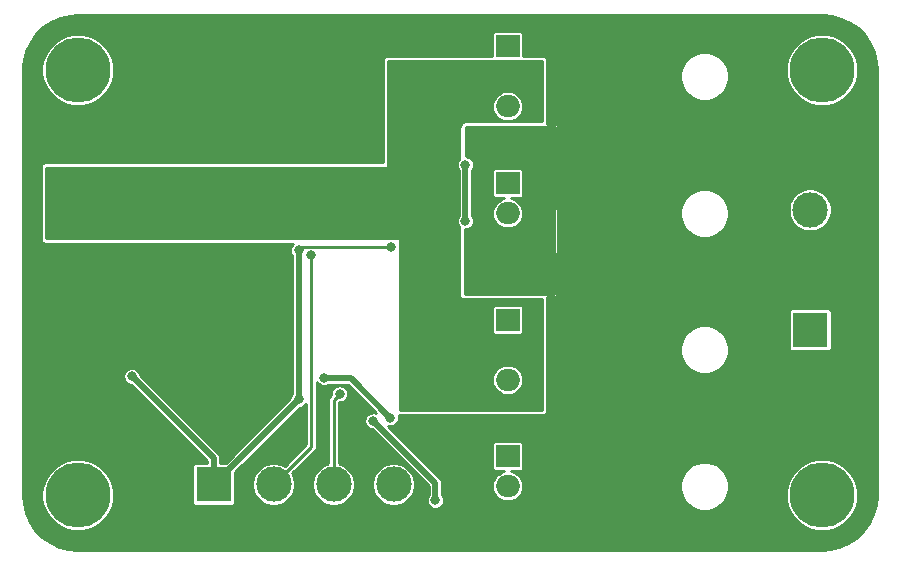
<source format=gbl>
G04 #@! TF.GenerationSoftware,KiCad,Pcbnew,5.1.10*
G04 #@! TF.CreationDate,2021-08-16T10:51:44+12:00*
G04 #@! TF.ProjectId,GateStage,47617465-5374-4616-9765-2e6b69636164,rev?*
G04 #@! TF.SameCoordinates,Original*
G04 #@! TF.FileFunction,Copper,L2,Bot*
G04 #@! TF.FilePolarity,Positive*
%FSLAX46Y46*%
G04 Gerber Fmt 4.6, Leading zero omitted, Abs format (unit mm)*
G04 Created by KiCad (PCBNEW 5.1.10) date 2021-08-16 10:51:44*
%MOMM*%
%LPD*%
G01*
G04 APERTURE LIST*
G04 #@! TA.AperFunction,ComponentPad*
%ADD10C,3.000000*%
G04 #@! TD*
G04 #@! TA.AperFunction,ComponentPad*
%ADD11R,3.000000X3.000000*%
G04 #@! TD*
G04 #@! TA.AperFunction,ComponentPad*
%ADD12C,5.500000*%
G04 #@! TD*
G04 #@! TA.AperFunction,ComponentPad*
%ADD13C,2.400000*%
G04 #@! TD*
G04 #@! TA.AperFunction,ComponentPad*
%ADD14R,2.400000X2.400000*%
G04 #@! TD*
G04 #@! TA.AperFunction,ComponentPad*
%ADD15O,2.000000X1.905000*%
G04 #@! TD*
G04 #@! TA.AperFunction,ComponentPad*
%ADD16R,2.000000X1.905000*%
G04 #@! TD*
G04 #@! TA.AperFunction,ViaPad*
%ADD17C,0.800000*%
G04 #@! TD*
G04 #@! TA.AperFunction,Conductor*
%ADD18C,0.250000*%
G04 #@! TD*
G04 #@! TA.AperFunction,Conductor*
%ADD19C,0.500000*%
G04 #@! TD*
G04 #@! TA.AperFunction,Conductor*
%ADD20C,0.254000*%
G04 #@! TD*
G04 #@! TA.AperFunction,Conductor*
%ADD21C,0.100000*%
G04 #@! TD*
G04 APERTURE END LIST*
D10*
X181828000Y-45950000D03*
X181828000Y-51030000D03*
D11*
X181828000Y-56110000D03*
D10*
X118828000Y-45690000D03*
D11*
X118828000Y-40610000D03*
D10*
X146560000Y-69200000D03*
D11*
X131320000Y-69200000D03*
D10*
X141480000Y-69200000D03*
X136400000Y-69200000D03*
D12*
X182828000Y-70110000D03*
X119828000Y-70110000D03*
X182828000Y-34110000D03*
X119828000Y-34110000D03*
D13*
X132828000Y-36250000D03*
D14*
X132828000Y-43750000D03*
G04 #@! TA.AperFunction,SMDPad,CuDef*
G36*
G01*
X123700002Y-42100000D02*
X122399998Y-42100000D01*
G75*
G02*
X122150000Y-41850002I0J249998D01*
G01*
X122150000Y-41024998D01*
G75*
G02*
X122399998Y-40775000I249998J0D01*
G01*
X123700002Y-40775000D01*
G75*
G02*
X123950000Y-41024998I0J-249998D01*
G01*
X123950000Y-41850002D01*
G75*
G02*
X123700002Y-42100000I-249998J0D01*
G01*
G37*
G04 #@! TD.AperFunction*
G04 #@! TA.AperFunction,SMDPad,CuDef*
G36*
G01*
X123700002Y-45225000D02*
X122399998Y-45225000D01*
G75*
G02*
X122150000Y-44975002I0J249998D01*
G01*
X122150000Y-44149998D01*
G75*
G02*
X122399998Y-43900000I249998J0D01*
G01*
X123700002Y-43900000D01*
G75*
G02*
X123950000Y-44149998I0J-249998D01*
G01*
X123950000Y-44975002D01*
G75*
G02*
X123700002Y-45225000I-249998J0D01*
G01*
G37*
G04 #@! TD.AperFunction*
D15*
X156228000Y-71890000D03*
X156228000Y-69350000D03*
D16*
X156228000Y-66810000D03*
D15*
X156228000Y-60340000D03*
X156228000Y-57800000D03*
D16*
X156228000Y-55260000D03*
D15*
X156228000Y-48790000D03*
X156228000Y-46250000D03*
D16*
X156228000Y-43710000D03*
D15*
X156228000Y-37190000D03*
X156228000Y-34650000D03*
D16*
X156228000Y-32110000D03*
D17*
X138512252Y-49387252D03*
X146325000Y-49085000D03*
X146296653Y-63553347D03*
X140675000Y-60175000D03*
X138512252Y-62007748D03*
X124400000Y-60050000D03*
X139600000Y-49810000D03*
X141987405Y-61537405D03*
X144823959Y-63823959D03*
X150100000Y-70550000D03*
X152650000Y-42150000D03*
X152650000Y-46885000D03*
D18*
X138814504Y-49085000D02*
X138512252Y-49387252D01*
X146325000Y-49085000D02*
X138814504Y-49085000D01*
D19*
X142918306Y-60175000D02*
X146296653Y-63553347D01*
X140675000Y-60175000D02*
X142918306Y-60175000D01*
X138512252Y-62007748D02*
X131320000Y-69200000D01*
X138512252Y-49387252D02*
X138512252Y-62007748D01*
X131320000Y-66970000D02*
X124400000Y-60050000D01*
X131320000Y-69200000D02*
X131320000Y-66970000D01*
D18*
X139600001Y-65999999D02*
X136400000Y-69200000D01*
X139600001Y-50209999D02*
X139600001Y-65999999D01*
X139600000Y-49810000D02*
X139600001Y-50209999D01*
X141480000Y-62044810D02*
X141987405Y-61537405D01*
X141480000Y-69200000D02*
X141480000Y-62044810D01*
D19*
X150100000Y-69100000D02*
X150100000Y-70550000D01*
X144823959Y-63823959D02*
X150100000Y-69100000D01*
X152650000Y-46885000D02*
X152650000Y-42150000D01*
D20*
X183650842Y-29536835D02*
X184447675Y-29754824D01*
X185193312Y-30110476D01*
X185864187Y-30592548D01*
X186439087Y-31185798D01*
X186899846Y-31871481D01*
X187231902Y-32627924D01*
X187425404Y-33433916D01*
X187476000Y-34122911D01*
X187476001Y-70094317D01*
X187401165Y-70932842D01*
X187183176Y-71729673D01*
X186827523Y-72475315D01*
X186345452Y-73146187D01*
X185752202Y-73721087D01*
X185066519Y-74181846D01*
X184310076Y-74513902D01*
X183504084Y-74707404D01*
X182815089Y-74758000D01*
X119843672Y-74758000D01*
X119005158Y-74683165D01*
X118208327Y-74465176D01*
X117462685Y-74109523D01*
X116791813Y-73627452D01*
X116216913Y-73034202D01*
X115756154Y-72348519D01*
X115424098Y-71592076D01*
X115230596Y-70786084D01*
X115180000Y-70097089D01*
X115180000Y-69806942D01*
X116751000Y-69806942D01*
X116751000Y-70413058D01*
X116869248Y-71007528D01*
X117101198Y-71567506D01*
X117437938Y-72071473D01*
X117866527Y-72500062D01*
X118370494Y-72836802D01*
X118930472Y-73068752D01*
X119524942Y-73187000D01*
X120131058Y-73187000D01*
X120725528Y-73068752D01*
X121285506Y-72836802D01*
X121789473Y-72500062D01*
X122218062Y-72071473D01*
X122554802Y-71567506D01*
X122786752Y-71007528D01*
X122905000Y-70413058D01*
X122905000Y-69806942D01*
X122786752Y-69212472D01*
X122554802Y-68652494D01*
X122218062Y-68148527D01*
X121789473Y-67719938D01*
X121285506Y-67383198D01*
X120725528Y-67151248D01*
X120131058Y-67033000D01*
X119524942Y-67033000D01*
X118930472Y-67151248D01*
X118370494Y-67383198D01*
X117866527Y-67719938D01*
X117437938Y-68148527D01*
X117101198Y-68652494D01*
X116869248Y-69212472D01*
X116751000Y-69806942D01*
X115180000Y-69806942D01*
X115180000Y-42250000D01*
X116673000Y-42250000D01*
X116673000Y-48500000D01*
X116679283Y-48563795D01*
X116697891Y-48625137D01*
X116728109Y-48681671D01*
X116768776Y-48731224D01*
X116818329Y-48771891D01*
X116874863Y-48802109D01*
X116936205Y-48820717D01*
X117000000Y-48827000D01*
X138044370Y-48827000D01*
X137947554Y-48923816D01*
X137867993Y-49042888D01*
X137813190Y-49175194D01*
X137785252Y-49315649D01*
X137785252Y-49458855D01*
X137813190Y-49599310D01*
X137867993Y-49731616D01*
X137935252Y-49832277D01*
X137935253Y-61562722D01*
X137867993Y-61663384D01*
X137813190Y-61795690D01*
X137789572Y-61914427D01*
X132332581Y-67371418D01*
X131897000Y-67371418D01*
X131897000Y-66998331D01*
X131899790Y-66970000D01*
X131888651Y-66856888D01*
X131869204Y-66792782D01*
X131855657Y-66748124D01*
X131802079Y-66647885D01*
X131729974Y-66560026D01*
X131707962Y-66541961D01*
X125122680Y-59956679D01*
X125099062Y-59837942D01*
X125044259Y-59705636D01*
X124964698Y-59586564D01*
X124863436Y-59485302D01*
X124744364Y-59405741D01*
X124612058Y-59350938D01*
X124471603Y-59323000D01*
X124328397Y-59323000D01*
X124187942Y-59350938D01*
X124055636Y-59405741D01*
X123936564Y-59485302D01*
X123835302Y-59586564D01*
X123755741Y-59705636D01*
X123700938Y-59837942D01*
X123673000Y-59978397D01*
X123673000Y-60121603D01*
X123700938Y-60262058D01*
X123755741Y-60394364D01*
X123835302Y-60513436D01*
X123936564Y-60614698D01*
X124055636Y-60694259D01*
X124187942Y-60749062D01*
X124306679Y-60772680D01*
X130743001Y-67209002D01*
X130743001Y-67371418D01*
X129820000Y-67371418D01*
X129755897Y-67377732D01*
X129694257Y-67396430D01*
X129637450Y-67426794D01*
X129587657Y-67467657D01*
X129546794Y-67517450D01*
X129516430Y-67574257D01*
X129497732Y-67635897D01*
X129491418Y-67700000D01*
X129491418Y-70700000D01*
X129497732Y-70764103D01*
X129516430Y-70825743D01*
X129546794Y-70882550D01*
X129587657Y-70932343D01*
X129637450Y-70973206D01*
X129694257Y-71003570D01*
X129755897Y-71022268D01*
X129820000Y-71028582D01*
X132820000Y-71028582D01*
X132884103Y-71022268D01*
X132945743Y-71003570D01*
X133002550Y-70973206D01*
X133052343Y-70932343D01*
X133093206Y-70882550D01*
X133123570Y-70825743D01*
X133142268Y-70764103D01*
X133148582Y-70700000D01*
X133148582Y-68187419D01*
X138605573Y-62730428D01*
X138724310Y-62706810D01*
X138856616Y-62652007D01*
X138975688Y-62572446D01*
X139076950Y-62471184D01*
X139148002Y-62364847D01*
X139148002Y-65812774D01*
X137334007Y-67626770D01*
X137265409Y-67580934D01*
X136932916Y-67443211D01*
X136579944Y-67373000D01*
X136220056Y-67373000D01*
X135867084Y-67443211D01*
X135534591Y-67580934D01*
X135235355Y-67780876D01*
X134980876Y-68035355D01*
X134780934Y-68334591D01*
X134643211Y-68667084D01*
X134573000Y-69020056D01*
X134573000Y-69379944D01*
X134643211Y-69732916D01*
X134780934Y-70065409D01*
X134980876Y-70364645D01*
X135235355Y-70619124D01*
X135534591Y-70819066D01*
X135867084Y-70956789D01*
X136220056Y-71027000D01*
X136579944Y-71027000D01*
X136932916Y-70956789D01*
X137265409Y-70819066D01*
X137564645Y-70619124D01*
X137819124Y-70364645D01*
X138019066Y-70065409D01*
X138156789Y-69732916D01*
X138227000Y-69379944D01*
X138227000Y-69020056D01*
X139653000Y-69020056D01*
X139653000Y-69379944D01*
X139723211Y-69732916D01*
X139860934Y-70065409D01*
X140060876Y-70364645D01*
X140315355Y-70619124D01*
X140614591Y-70819066D01*
X140947084Y-70956789D01*
X141300056Y-71027000D01*
X141659944Y-71027000D01*
X142012916Y-70956789D01*
X142345409Y-70819066D01*
X142644645Y-70619124D01*
X142899124Y-70364645D01*
X143099066Y-70065409D01*
X143236789Y-69732916D01*
X143307000Y-69379944D01*
X143307000Y-69020056D01*
X144733000Y-69020056D01*
X144733000Y-69379944D01*
X144803211Y-69732916D01*
X144940934Y-70065409D01*
X145140876Y-70364645D01*
X145395355Y-70619124D01*
X145694591Y-70819066D01*
X146027084Y-70956789D01*
X146380056Y-71027000D01*
X146739944Y-71027000D01*
X147092916Y-70956789D01*
X147425409Y-70819066D01*
X147724645Y-70619124D01*
X147979124Y-70364645D01*
X148179066Y-70065409D01*
X148316789Y-69732916D01*
X148387000Y-69379944D01*
X148387000Y-69020056D01*
X148316789Y-68667084D01*
X148179066Y-68334591D01*
X147979124Y-68035355D01*
X147724645Y-67780876D01*
X147425409Y-67580934D01*
X147092916Y-67443211D01*
X146739944Y-67373000D01*
X146380056Y-67373000D01*
X146027084Y-67443211D01*
X145694591Y-67580934D01*
X145395355Y-67780876D01*
X145140876Y-68035355D01*
X144940934Y-68334591D01*
X144803211Y-68667084D01*
X144733000Y-69020056D01*
X143307000Y-69020056D01*
X143236789Y-68667084D01*
X143099066Y-68334591D01*
X142899124Y-68035355D01*
X142644645Y-67780876D01*
X142345409Y-67580934D01*
X142012916Y-67443211D01*
X141932000Y-67427116D01*
X141932000Y-62264405D01*
X142059008Y-62264405D01*
X142199463Y-62236467D01*
X142331769Y-62181664D01*
X142450841Y-62102103D01*
X142552103Y-62000841D01*
X142631664Y-61881769D01*
X142686467Y-61749463D01*
X142714405Y-61609008D01*
X142714405Y-61465802D01*
X142686467Y-61325347D01*
X142631664Y-61193041D01*
X142552103Y-61073969D01*
X142450841Y-60972707D01*
X142331769Y-60893146D01*
X142199463Y-60838343D01*
X142059008Y-60810405D01*
X141915802Y-60810405D01*
X141775347Y-60838343D01*
X141643041Y-60893146D01*
X141523969Y-60972707D01*
X141422707Y-61073969D01*
X141343146Y-61193041D01*
X141288343Y-61325347D01*
X141260405Y-61465802D01*
X141260405Y-61609008D01*
X141263088Y-61622498D01*
X141176096Y-61709491D01*
X141158842Y-61723651D01*
X141137659Y-61749463D01*
X141102358Y-61792477D01*
X141060386Y-61871001D01*
X141034540Y-61956203D01*
X141025813Y-62044810D01*
X141028001Y-62067025D01*
X141028000Y-67427116D01*
X140947084Y-67443211D01*
X140614591Y-67580934D01*
X140315355Y-67780876D01*
X140060876Y-68035355D01*
X139860934Y-68334591D01*
X139723211Y-68667084D01*
X139653000Y-69020056D01*
X138227000Y-69020056D01*
X138156789Y-68667084D01*
X138019066Y-68334591D01*
X137973230Y-68265993D01*
X139903906Y-66335318D01*
X139921160Y-66321158D01*
X139977644Y-66252332D01*
X140019615Y-66173809D01*
X140045461Y-66088606D01*
X140052001Y-66022204D01*
X140054188Y-65999999D01*
X140052001Y-65977794D01*
X140052001Y-60551182D01*
X140110302Y-60638436D01*
X140211564Y-60739698D01*
X140330636Y-60819259D01*
X140462942Y-60874062D01*
X140603397Y-60902000D01*
X140746603Y-60902000D01*
X140887058Y-60874062D01*
X141019364Y-60819259D01*
X141120025Y-60752000D01*
X142679305Y-60752000D01*
X145063645Y-63136341D01*
X145036017Y-63124897D01*
X144895562Y-63096959D01*
X144752356Y-63096959D01*
X144611901Y-63124897D01*
X144479595Y-63179700D01*
X144360523Y-63259261D01*
X144259261Y-63360523D01*
X144179700Y-63479595D01*
X144124897Y-63611901D01*
X144096959Y-63752356D01*
X144096959Y-63895562D01*
X144124897Y-64036017D01*
X144179700Y-64168323D01*
X144259261Y-64287395D01*
X144360523Y-64388657D01*
X144479595Y-64468218D01*
X144611901Y-64523021D01*
X144730638Y-64546639D01*
X149523000Y-69339001D01*
X149523001Y-70104974D01*
X149455741Y-70205636D01*
X149400938Y-70337942D01*
X149373000Y-70478397D01*
X149373000Y-70621603D01*
X149400938Y-70762058D01*
X149455741Y-70894364D01*
X149535302Y-71013436D01*
X149636564Y-71114698D01*
X149755636Y-71194259D01*
X149887942Y-71249062D01*
X150028397Y-71277000D01*
X150171603Y-71277000D01*
X150312058Y-71249062D01*
X150444364Y-71194259D01*
X150563436Y-71114698D01*
X150664698Y-71013436D01*
X150744259Y-70894364D01*
X150799062Y-70762058D01*
X150827000Y-70621603D01*
X150827000Y-70478397D01*
X150799062Y-70337942D01*
X150744259Y-70205636D01*
X150677000Y-70104975D01*
X150677000Y-69350000D01*
X154894810Y-69350000D01*
X154919514Y-69600826D01*
X154992677Y-69842012D01*
X155111488Y-70064291D01*
X155271380Y-70259120D01*
X155466209Y-70419012D01*
X155688488Y-70537823D01*
X155929674Y-70610986D01*
X156117651Y-70629500D01*
X156338349Y-70629500D01*
X156526326Y-70610986D01*
X156767512Y-70537823D01*
X156989791Y-70419012D01*
X157184620Y-70259120D01*
X157344512Y-70064291D01*
X157463323Y-69842012D01*
X157536486Y-69600826D01*
X157561190Y-69350000D01*
X157541043Y-69145433D01*
X170811000Y-69145433D01*
X170811000Y-69554567D01*
X170890818Y-69955839D01*
X171047386Y-70333829D01*
X171274689Y-70674011D01*
X171563989Y-70963311D01*
X171904171Y-71190614D01*
X172282161Y-71347182D01*
X172683433Y-71427000D01*
X173092567Y-71427000D01*
X173493839Y-71347182D01*
X173871829Y-71190614D01*
X174212011Y-70963311D01*
X174501311Y-70674011D01*
X174728614Y-70333829D01*
X174885182Y-69955839D01*
X174914799Y-69806942D01*
X179751000Y-69806942D01*
X179751000Y-70413058D01*
X179869248Y-71007528D01*
X180101198Y-71567506D01*
X180437938Y-72071473D01*
X180866527Y-72500062D01*
X181370494Y-72836802D01*
X181930472Y-73068752D01*
X182524942Y-73187000D01*
X183131058Y-73187000D01*
X183725528Y-73068752D01*
X184285506Y-72836802D01*
X184789473Y-72500062D01*
X185218062Y-72071473D01*
X185554802Y-71567506D01*
X185786752Y-71007528D01*
X185905000Y-70413058D01*
X185905000Y-69806942D01*
X185786752Y-69212472D01*
X185554802Y-68652494D01*
X185218062Y-68148527D01*
X184789473Y-67719938D01*
X184285506Y-67383198D01*
X183725528Y-67151248D01*
X183131058Y-67033000D01*
X182524942Y-67033000D01*
X181930472Y-67151248D01*
X181370494Y-67383198D01*
X180866527Y-67719938D01*
X180437938Y-68148527D01*
X180101198Y-68652494D01*
X179869248Y-69212472D01*
X179751000Y-69806942D01*
X174914799Y-69806942D01*
X174965000Y-69554567D01*
X174965000Y-69145433D01*
X174885182Y-68744161D01*
X174728614Y-68366171D01*
X174501311Y-68025989D01*
X174212011Y-67736689D01*
X173871829Y-67509386D01*
X173493839Y-67352818D01*
X173092567Y-67273000D01*
X172683433Y-67273000D01*
X172282161Y-67352818D01*
X171904171Y-67509386D01*
X171563989Y-67736689D01*
X171274689Y-68025989D01*
X171047386Y-68366171D01*
X170890818Y-68744161D01*
X170811000Y-69145433D01*
X157541043Y-69145433D01*
X157536486Y-69099174D01*
X157463323Y-68857988D01*
X157344512Y-68635709D01*
X157184620Y-68440880D01*
X156989791Y-68280988D01*
X156767512Y-68162177D01*
X156533143Y-68091082D01*
X157228000Y-68091082D01*
X157292103Y-68084768D01*
X157353743Y-68066070D01*
X157410550Y-68035706D01*
X157460343Y-67994843D01*
X157501206Y-67945050D01*
X157531570Y-67888243D01*
X157550268Y-67826603D01*
X157556582Y-67762500D01*
X157556582Y-65857500D01*
X157550268Y-65793397D01*
X157531570Y-65731757D01*
X157501206Y-65674950D01*
X157460343Y-65625157D01*
X157410550Y-65584294D01*
X157353743Y-65553930D01*
X157292103Y-65535232D01*
X157228000Y-65528918D01*
X155228000Y-65528918D01*
X155163897Y-65535232D01*
X155102257Y-65553930D01*
X155045450Y-65584294D01*
X154995657Y-65625157D01*
X154954794Y-65674950D01*
X154924430Y-65731757D01*
X154905732Y-65793397D01*
X154899418Y-65857500D01*
X154899418Y-67762500D01*
X154905732Y-67826603D01*
X154924430Y-67888243D01*
X154954794Y-67945050D01*
X154995657Y-67994843D01*
X155045450Y-68035706D01*
X155102257Y-68066070D01*
X155163897Y-68084768D01*
X155228000Y-68091082D01*
X155922857Y-68091082D01*
X155688488Y-68162177D01*
X155466209Y-68280988D01*
X155271380Y-68440880D01*
X155111488Y-68635709D01*
X154992677Y-68857988D01*
X154919514Y-69099174D01*
X154894810Y-69350000D01*
X150677000Y-69350000D01*
X150677000Y-69128331D01*
X150679790Y-69100000D01*
X150668651Y-68986888D01*
X150649204Y-68922782D01*
X150635657Y-68878124D01*
X150582079Y-68777885D01*
X150509974Y-68690026D01*
X150487963Y-68671962D01*
X146056965Y-64240964D01*
X146084595Y-64252409D01*
X146225050Y-64280347D01*
X146368256Y-64280347D01*
X146508711Y-64252409D01*
X146641017Y-64197606D01*
X146760089Y-64118045D01*
X146861351Y-64016783D01*
X146940912Y-63897711D01*
X146995715Y-63765405D01*
X147023653Y-63624950D01*
X147023653Y-63481744D01*
X146995715Y-63341289D01*
X146989362Y-63325952D01*
X147000000Y-63327000D01*
X159250000Y-63327000D01*
X159313795Y-63320717D01*
X159375137Y-63302109D01*
X159431671Y-63271891D01*
X159481224Y-63231224D01*
X159521891Y-63181671D01*
X159552109Y-63125137D01*
X159570717Y-63063795D01*
X159577000Y-63000000D01*
X159577000Y-57595433D01*
X170811000Y-57595433D01*
X170811000Y-58004567D01*
X170890818Y-58405839D01*
X171047386Y-58783829D01*
X171274689Y-59124011D01*
X171563989Y-59413311D01*
X171904171Y-59640614D01*
X172282161Y-59797182D01*
X172683433Y-59877000D01*
X173092567Y-59877000D01*
X173493839Y-59797182D01*
X173871829Y-59640614D01*
X174212011Y-59413311D01*
X174501311Y-59124011D01*
X174728614Y-58783829D01*
X174885182Y-58405839D01*
X174965000Y-58004567D01*
X174965000Y-57595433D01*
X174885182Y-57194161D01*
X174728614Y-56816171D01*
X174501311Y-56475989D01*
X174212011Y-56186689D01*
X173871829Y-55959386D01*
X173493839Y-55802818D01*
X173092567Y-55723000D01*
X172683433Y-55723000D01*
X172282161Y-55802818D01*
X171904171Y-55959386D01*
X171563989Y-56186689D01*
X171274689Y-56475989D01*
X171047386Y-56816171D01*
X170890818Y-57194161D01*
X170811000Y-57595433D01*
X159577000Y-57595433D01*
X159577000Y-54610000D01*
X179999418Y-54610000D01*
X179999418Y-57610000D01*
X180005732Y-57674103D01*
X180024430Y-57735743D01*
X180054794Y-57792550D01*
X180095657Y-57842343D01*
X180145450Y-57883206D01*
X180202257Y-57913570D01*
X180263897Y-57932268D01*
X180328000Y-57938582D01*
X183328000Y-57938582D01*
X183392103Y-57932268D01*
X183453743Y-57913570D01*
X183510550Y-57883206D01*
X183560343Y-57842343D01*
X183601206Y-57792550D01*
X183631570Y-57735743D01*
X183650268Y-57674103D01*
X183656582Y-57610000D01*
X183656582Y-54610000D01*
X183650268Y-54545897D01*
X183631570Y-54484257D01*
X183601206Y-54427450D01*
X183560343Y-54377657D01*
X183510550Y-54336794D01*
X183453743Y-54306430D01*
X183392103Y-54287732D01*
X183328000Y-54281418D01*
X180328000Y-54281418D01*
X180263897Y-54287732D01*
X180202257Y-54306430D01*
X180145450Y-54336794D01*
X180095657Y-54377657D01*
X180054794Y-54427450D01*
X180024430Y-54484257D01*
X180005732Y-54545897D01*
X179999418Y-54610000D01*
X159577000Y-54610000D01*
X159577000Y-53327000D01*
X160300000Y-53327000D01*
X160324344Y-53324645D01*
X160348193Y-53317501D01*
X160370190Y-53305841D01*
X160389490Y-53290114D01*
X160405351Y-53270924D01*
X160417163Y-53249008D01*
X160424473Y-53225209D01*
X160426999Y-53200441D01*
X160451842Y-46045433D01*
X170811000Y-46045433D01*
X170811000Y-46454567D01*
X170890818Y-46855839D01*
X171047386Y-47233829D01*
X171274689Y-47574011D01*
X171563989Y-47863311D01*
X171904171Y-48090614D01*
X172282161Y-48247182D01*
X172683433Y-48327000D01*
X173092567Y-48327000D01*
X173493839Y-48247182D01*
X173871829Y-48090614D01*
X174212011Y-47863311D01*
X174501311Y-47574011D01*
X174728614Y-47233829D01*
X174885182Y-46855839D01*
X174965000Y-46454567D01*
X174965000Y-46045433D01*
X174910225Y-45770056D01*
X180001000Y-45770056D01*
X180001000Y-46129944D01*
X180071211Y-46482916D01*
X180208934Y-46815409D01*
X180408876Y-47114645D01*
X180663355Y-47369124D01*
X180962591Y-47569066D01*
X181295084Y-47706789D01*
X181648056Y-47777000D01*
X182007944Y-47777000D01*
X182360916Y-47706789D01*
X182693409Y-47569066D01*
X182992645Y-47369124D01*
X183247124Y-47114645D01*
X183447066Y-46815409D01*
X183584789Y-46482916D01*
X183655000Y-46129944D01*
X183655000Y-45770056D01*
X183584789Y-45417084D01*
X183447066Y-45084591D01*
X183247124Y-44785355D01*
X182992645Y-44530876D01*
X182693409Y-44330934D01*
X182360916Y-44193211D01*
X182007944Y-44123000D01*
X181648056Y-44123000D01*
X181295084Y-44193211D01*
X180962591Y-44330934D01*
X180663355Y-44530876D01*
X180408876Y-44785355D01*
X180208934Y-45084591D01*
X180071211Y-45417084D01*
X180001000Y-45770056D01*
X174910225Y-45770056D01*
X174885182Y-45644161D01*
X174728614Y-45266171D01*
X174501311Y-44925989D01*
X174212011Y-44636689D01*
X173871829Y-44409386D01*
X173493839Y-44252818D01*
X173092567Y-44173000D01*
X172683433Y-44173000D01*
X172282161Y-44252818D01*
X171904171Y-44409386D01*
X171563989Y-44636689D01*
X171274689Y-44925989D01*
X171047386Y-45266171D01*
X170890818Y-45644161D01*
X170811000Y-46045433D01*
X160451842Y-46045433D01*
X160476999Y-38800441D01*
X160474560Y-38775224D01*
X160467333Y-38751399D01*
X160455597Y-38729443D01*
X160439803Y-38710197D01*
X160420557Y-38694403D01*
X160398601Y-38682667D01*
X160374776Y-38675440D01*
X160350000Y-38673000D01*
X159577000Y-38673000D01*
X159577000Y-34445433D01*
X170811000Y-34445433D01*
X170811000Y-34854567D01*
X170890818Y-35255839D01*
X171047386Y-35633829D01*
X171274689Y-35974011D01*
X171563989Y-36263311D01*
X171904171Y-36490614D01*
X172282161Y-36647182D01*
X172683433Y-36727000D01*
X173092567Y-36727000D01*
X173493839Y-36647182D01*
X173871829Y-36490614D01*
X174212011Y-36263311D01*
X174501311Y-35974011D01*
X174728614Y-35633829D01*
X174885182Y-35255839D01*
X174965000Y-34854567D01*
X174965000Y-34445433D01*
X174885182Y-34044161D01*
X174786924Y-33806942D01*
X179751000Y-33806942D01*
X179751000Y-34413058D01*
X179869248Y-35007528D01*
X180101198Y-35567506D01*
X180437938Y-36071473D01*
X180866527Y-36500062D01*
X181370494Y-36836802D01*
X181930472Y-37068752D01*
X182524942Y-37187000D01*
X183131058Y-37187000D01*
X183725528Y-37068752D01*
X184285506Y-36836802D01*
X184789473Y-36500062D01*
X185218062Y-36071473D01*
X185554802Y-35567506D01*
X185786752Y-35007528D01*
X185905000Y-34413058D01*
X185905000Y-33806942D01*
X185786752Y-33212472D01*
X185554802Y-32652494D01*
X185218062Y-32148527D01*
X184789473Y-31719938D01*
X184285506Y-31383198D01*
X183725528Y-31151248D01*
X183131058Y-31033000D01*
X182524942Y-31033000D01*
X181930472Y-31151248D01*
X181370494Y-31383198D01*
X180866527Y-31719938D01*
X180437938Y-32148527D01*
X180101198Y-32652494D01*
X179869248Y-33212472D01*
X179751000Y-33806942D01*
X174786924Y-33806942D01*
X174728614Y-33666171D01*
X174501311Y-33325989D01*
X174212011Y-33036689D01*
X173871829Y-32809386D01*
X173493839Y-32652818D01*
X173092567Y-32573000D01*
X172683433Y-32573000D01*
X172282161Y-32652818D01*
X171904171Y-32809386D01*
X171563989Y-33036689D01*
X171274689Y-33325989D01*
X171047386Y-33666171D01*
X170890818Y-34044161D01*
X170811000Y-34445433D01*
X159577000Y-34445433D01*
X159577000Y-33250000D01*
X159570717Y-33186205D01*
X159552109Y-33124863D01*
X159521891Y-33068329D01*
X159481224Y-33018776D01*
X159431671Y-32978109D01*
X159375137Y-32947891D01*
X159313795Y-32929283D01*
X159250000Y-32923000D01*
X157556582Y-32923000D01*
X157556582Y-31157500D01*
X157550268Y-31093397D01*
X157531570Y-31031757D01*
X157501206Y-30974950D01*
X157460343Y-30925157D01*
X157410550Y-30884294D01*
X157353743Y-30853930D01*
X157292103Y-30835232D01*
X157228000Y-30828918D01*
X155228000Y-30828918D01*
X155163897Y-30835232D01*
X155102257Y-30853930D01*
X155045450Y-30884294D01*
X154995657Y-30925157D01*
X154954794Y-30974950D01*
X154924430Y-31031757D01*
X154905732Y-31093397D01*
X154899418Y-31157500D01*
X154899418Y-32923000D01*
X146000000Y-32923000D01*
X145936205Y-32929283D01*
X145874863Y-32947891D01*
X145818329Y-32978109D01*
X145768776Y-33018776D01*
X145728109Y-33068329D01*
X145697891Y-33124863D01*
X145679283Y-33186205D01*
X145673000Y-33250000D01*
X145673000Y-41923000D01*
X117000000Y-41923000D01*
X116936205Y-41929283D01*
X116874863Y-41947891D01*
X116818329Y-41978109D01*
X116768776Y-42018776D01*
X116728109Y-42068329D01*
X116697891Y-42124863D01*
X116679283Y-42186205D01*
X116673000Y-42250000D01*
X115180000Y-42250000D01*
X115180000Y-34125672D01*
X115208445Y-33806942D01*
X116751000Y-33806942D01*
X116751000Y-34413058D01*
X116869248Y-35007528D01*
X117101198Y-35567506D01*
X117437938Y-36071473D01*
X117866527Y-36500062D01*
X118370494Y-36836802D01*
X118930472Y-37068752D01*
X119524942Y-37187000D01*
X120131058Y-37187000D01*
X120725528Y-37068752D01*
X121285506Y-36836802D01*
X121789473Y-36500062D01*
X122218062Y-36071473D01*
X122554802Y-35567506D01*
X122786752Y-35007528D01*
X122905000Y-34413058D01*
X122905000Y-33806942D01*
X122786752Y-33212472D01*
X122554802Y-32652494D01*
X122218062Y-32148527D01*
X121789473Y-31719938D01*
X121285506Y-31383198D01*
X120725528Y-31151248D01*
X120131058Y-31033000D01*
X119524942Y-31033000D01*
X118930472Y-31151248D01*
X118370494Y-31383198D01*
X117866527Y-31719938D01*
X117437938Y-32148527D01*
X117101198Y-32652494D01*
X116869248Y-33212472D01*
X116751000Y-33806942D01*
X115208445Y-33806942D01*
X115254835Y-33287158D01*
X115472824Y-32490325D01*
X115828476Y-31744688D01*
X116310548Y-31073813D01*
X116903798Y-30498913D01*
X117589481Y-30038154D01*
X118345924Y-29706098D01*
X119151916Y-29512596D01*
X119840911Y-29462000D01*
X182812328Y-29462000D01*
X183650842Y-29536835D01*
G04 #@! TA.AperFunction,Conductor*
D21*
G36*
X183650842Y-29536835D02*
G01*
X184447675Y-29754824D01*
X185193312Y-30110476D01*
X185864187Y-30592548D01*
X186439087Y-31185798D01*
X186899846Y-31871481D01*
X187231902Y-32627924D01*
X187425404Y-33433916D01*
X187476000Y-34122911D01*
X187476001Y-70094317D01*
X187401165Y-70932842D01*
X187183176Y-71729673D01*
X186827523Y-72475315D01*
X186345452Y-73146187D01*
X185752202Y-73721087D01*
X185066519Y-74181846D01*
X184310076Y-74513902D01*
X183504084Y-74707404D01*
X182815089Y-74758000D01*
X119843672Y-74758000D01*
X119005158Y-74683165D01*
X118208327Y-74465176D01*
X117462685Y-74109523D01*
X116791813Y-73627452D01*
X116216913Y-73034202D01*
X115756154Y-72348519D01*
X115424098Y-71592076D01*
X115230596Y-70786084D01*
X115180000Y-70097089D01*
X115180000Y-69806942D01*
X116751000Y-69806942D01*
X116751000Y-70413058D01*
X116869248Y-71007528D01*
X117101198Y-71567506D01*
X117437938Y-72071473D01*
X117866527Y-72500062D01*
X118370494Y-72836802D01*
X118930472Y-73068752D01*
X119524942Y-73187000D01*
X120131058Y-73187000D01*
X120725528Y-73068752D01*
X121285506Y-72836802D01*
X121789473Y-72500062D01*
X122218062Y-72071473D01*
X122554802Y-71567506D01*
X122786752Y-71007528D01*
X122905000Y-70413058D01*
X122905000Y-69806942D01*
X122786752Y-69212472D01*
X122554802Y-68652494D01*
X122218062Y-68148527D01*
X121789473Y-67719938D01*
X121285506Y-67383198D01*
X120725528Y-67151248D01*
X120131058Y-67033000D01*
X119524942Y-67033000D01*
X118930472Y-67151248D01*
X118370494Y-67383198D01*
X117866527Y-67719938D01*
X117437938Y-68148527D01*
X117101198Y-68652494D01*
X116869248Y-69212472D01*
X116751000Y-69806942D01*
X115180000Y-69806942D01*
X115180000Y-42250000D01*
X116673000Y-42250000D01*
X116673000Y-48500000D01*
X116679283Y-48563795D01*
X116697891Y-48625137D01*
X116728109Y-48681671D01*
X116768776Y-48731224D01*
X116818329Y-48771891D01*
X116874863Y-48802109D01*
X116936205Y-48820717D01*
X117000000Y-48827000D01*
X138044370Y-48827000D01*
X137947554Y-48923816D01*
X137867993Y-49042888D01*
X137813190Y-49175194D01*
X137785252Y-49315649D01*
X137785252Y-49458855D01*
X137813190Y-49599310D01*
X137867993Y-49731616D01*
X137935252Y-49832277D01*
X137935253Y-61562722D01*
X137867993Y-61663384D01*
X137813190Y-61795690D01*
X137789572Y-61914427D01*
X132332581Y-67371418D01*
X131897000Y-67371418D01*
X131897000Y-66998331D01*
X131899790Y-66970000D01*
X131888651Y-66856888D01*
X131869204Y-66792782D01*
X131855657Y-66748124D01*
X131802079Y-66647885D01*
X131729974Y-66560026D01*
X131707962Y-66541961D01*
X125122680Y-59956679D01*
X125099062Y-59837942D01*
X125044259Y-59705636D01*
X124964698Y-59586564D01*
X124863436Y-59485302D01*
X124744364Y-59405741D01*
X124612058Y-59350938D01*
X124471603Y-59323000D01*
X124328397Y-59323000D01*
X124187942Y-59350938D01*
X124055636Y-59405741D01*
X123936564Y-59485302D01*
X123835302Y-59586564D01*
X123755741Y-59705636D01*
X123700938Y-59837942D01*
X123673000Y-59978397D01*
X123673000Y-60121603D01*
X123700938Y-60262058D01*
X123755741Y-60394364D01*
X123835302Y-60513436D01*
X123936564Y-60614698D01*
X124055636Y-60694259D01*
X124187942Y-60749062D01*
X124306679Y-60772680D01*
X130743001Y-67209002D01*
X130743001Y-67371418D01*
X129820000Y-67371418D01*
X129755897Y-67377732D01*
X129694257Y-67396430D01*
X129637450Y-67426794D01*
X129587657Y-67467657D01*
X129546794Y-67517450D01*
X129516430Y-67574257D01*
X129497732Y-67635897D01*
X129491418Y-67700000D01*
X129491418Y-70700000D01*
X129497732Y-70764103D01*
X129516430Y-70825743D01*
X129546794Y-70882550D01*
X129587657Y-70932343D01*
X129637450Y-70973206D01*
X129694257Y-71003570D01*
X129755897Y-71022268D01*
X129820000Y-71028582D01*
X132820000Y-71028582D01*
X132884103Y-71022268D01*
X132945743Y-71003570D01*
X133002550Y-70973206D01*
X133052343Y-70932343D01*
X133093206Y-70882550D01*
X133123570Y-70825743D01*
X133142268Y-70764103D01*
X133148582Y-70700000D01*
X133148582Y-68187419D01*
X138605573Y-62730428D01*
X138724310Y-62706810D01*
X138856616Y-62652007D01*
X138975688Y-62572446D01*
X139076950Y-62471184D01*
X139148002Y-62364847D01*
X139148002Y-65812774D01*
X137334007Y-67626770D01*
X137265409Y-67580934D01*
X136932916Y-67443211D01*
X136579944Y-67373000D01*
X136220056Y-67373000D01*
X135867084Y-67443211D01*
X135534591Y-67580934D01*
X135235355Y-67780876D01*
X134980876Y-68035355D01*
X134780934Y-68334591D01*
X134643211Y-68667084D01*
X134573000Y-69020056D01*
X134573000Y-69379944D01*
X134643211Y-69732916D01*
X134780934Y-70065409D01*
X134980876Y-70364645D01*
X135235355Y-70619124D01*
X135534591Y-70819066D01*
X135867084Y-70956789D01*
X136220056Y-71027000D01*
X136579944Y-71027000D01*
X136932916Y-70956789D01*
X137265409Y-70819066D01*
X137564645Y-70619124D01*
X137819124Y-70364645D01*
X138019066Y-70065409D01*
X138156789Y-69732916D01*
X138227000Y-69379944D01*
X138227000Y-69020056D01*
X139653000Y-69020056D01*
X139653000Y-69379944D01*
X139723211Y-69732916D01*
X139860934Y-70065409D01*
X140060876Y-70364645D01*
X140315355Y-70619124D01*
X140614591Y-70819066D01*
X140947084Y-70956789D01*
X141300056Y-71027000D01*
X141659944Y-71027000D01*
X142012916Y-70956789D01*
X142345409Y-70819066D01*
X142644645Y-70619124D01*
X142899124Y-70364645D01*
X143099066Y-70065409D01*
X143236789Y-69732916D01*
X143307000Y-69379944D01*
X143307000Y-69020056D01*
X144733000Y-69020056D01*
X144733000Y-69379944D01*
X144803211Y-69732916D01*
X144940934Y-70065409D01*
X145140876Y-70364645D01*
X145395355Y-70619124D01*
X145694591Y-70819066D01*
X146027084Y-70956789D01*
X146380056Y-71027000D01*
X146739944Y-71027000D01*
X147092916Y-70956789D01*
X147425409Y-70819066D01*
X147724645Y-70619124D01*
X147979124Y-70364645D01*
X148179066Y-70065409D01*
X148316789Y-69732916D01*
X148387000Y-69379944D01*
X148387000Y-69020056D01*
X148316789Y-68667084D01*
X148179066Y-68334591D01*
X147979124Y-68035355D01*
X147724645Y-67780876D01*
X147425409Y-67580934D01*
X147092916Y-67443211D01*
X146739944Y-67373000D01*
X146380056Y-67373000D01*
X146027084Y-67443211D01*
X145694591Y-67580934D01*
X145395355Y-67780876D01*
X145140876Y-68035355D01*
X144940934Y-68334591D01*
X144803211Y-68667084D01*
X144733000Y-69020056D01*
X143307000Y-69020056D01*
X143236789Y-68667084D01*
X143099066Y-68334591D01*
X142899124Y-68035355D01*
X142644645Y-67780876D01*
X142345409Y-67580934D01*
X142012916Y-67443211D01*
X141932000Y-67427116D01*
X141932000Y-62264405D01*
X142059008Y-62264405D01*
X142199463Y-62236467D01*
X142331769Y-62181664D01*
X142450841Y-62102103D01*
X142552103Y-62000841D01*
X142631664Y-61881769D01*
X142686467Y-61749463D01*
X142714405Y-61609008D01*
X142714405Y-61465802D01*
X142686467Y-61325347D01*
X142631664Y-61193041D01*
X142552103Y-61073969D01*
X142450841Y-60972707D01*
X142331769Y-60893146D01*
X142199463Y-60838343D01*
X142059008Y-60810405D01*
X141915802Y-60810405D01*
X141775347Y-60838343D01*
X141643041Y-60893146D01*
X141523969Y-60972707D01*
X141422707Y-61073969D01*
X141343146Y-61193041D01*
X141288343Y-61325347D01*
X141260405Y-61465802D01*
X141260405Y-61609008D01*
X141263088Y-61622498D01*
X141176096Y-61709491D01*
X141158842Y-61723651D01*
X141137659Y-61749463D01*
X141102358Y-61792477D01*
X141060386Y-61871001D01*
X141034540Y-61956203D01*
X141025813Y-62044810D01*
X141028001Y-62067025D01*
X141028000Y-67427116D01*
X140947084Y-67443211D01*
X140614591Y-67580934D01*
X140315355Y-67780876D01*
X140060876Y-68035355D01*
X139860934Y-68334591D01*
X139723211Y-68667084D01*
X139653000Y-69020056D01*
X138227000Y-69020056D01*
X138156789Y-68667084D01*
X138019066Y-68334591D01*
X137973230Y-68265993D01*
X139903906Y-66335318D01*
X139921160Y-66321158D01*
X139977644Y-66252332D01*
X140019615Y-66173809D01*
X140045461Y-66088606D01*
X140052001Y-66022204D01*
X140054188Y-65999999D01*
X140052001Y-65977794D01*
X140052001Y-60551182D01*
X140110302Y-60638436D01*
X140211564Y-60739698D01*
X140330636Y-60819259D01*
X140462942Y-60874062D01*
X140603397Y-60902000D01*
X140746603Y-60902000D01*
X140887058Y-60874062D01*
X141019364Y-60819259D01*
X141120025Y-60752000D01*
X142679305Y-60752000D01*
X145063645Y-63136341D01*
X145036017Y-63124897D01*
X144895562Y-63096959D01*
X144752356Y-63096959D01*
X144611901Y-63124897D01*
X144479595Y-63179700D01*
X144360523Y-63259261D01*
X144259261Y-63360523D01*
X144179700Y-63479595D01*
X144124897Y-63611901D01*
X144096959Y-63752356D01*
X144096959Y-63895562D01*
X144124897Y-64036017D01*
X144179700Y-64168323D01*
X144259261Y-64287395D01*
X144360523Y-64388657D01*
X144479595Y-64468218D01*
X144611901Y-64523021D01*
X144730638Y-64546639D01*
X149523000Y-69339001D01*
X149523001Y-70104974D01*
X149455741Y-70205636D01*
X149400938Y-70337942D01*
X149373000Y-70478397D01*
X149373000Y-70621603D01*
X149400938Y-70762058D01*
X149455741Y-70894364D01*
X149535302Y-71013436D01*
X149636564Y-71114698D01*
X149755636Y-71194259D01*
X149887942Y-71249062D01*
X150028397Y-71277000D01*
X150171603Y-71277000D01*
X150312058Y-71249062D01*
X150444364Y-71194259D01*
X150563436Y-71114698D01*
X150664698Y-71013436D01*
X150744259Y-70894364D01*
X150799062Y-70762058D01*
X150827000Y-70621603D01*
X150827000Y-70478397D01*
X150799062Y-70337942D01*
X150744259Y-70205636D01*
X150677000Y-70104975D01*
X150677000Y-69350000D01*
X154894810Y-69350000D01*
X154919514Y-69600826D01*
X154992677Y-69842012D01*
X155111488Y-70064291D01*
X155271380Y-70259120D01*
X155466209Y-70419012D01*
X155688488Y-70537823D01*
X155929674Y-70610986D01*
X156117651Y-70629500D01*
X156338349Y-70629500D01*
X156526326Y-70610986D01*
X156767512Y-70537823D01*
X156989791Y-70419012D01*
X157184620Y-70259120D01*
X157344512Y-70064291D01*
X157463323Y-69842012D01*
X157536486Y-69600826D01*
X157561190Y-69350000D01*
X157541043Y-69145433D01*
X170811000Y-69145433D01*
X170811000Y-69554567D01*
X170890818Y-69955839D01*
X171047386Y-70333829D01*
X171274689Y-70674011D01*
X171563989Y-70963311D01*
X171904171Y-71190614D01*
X172282161Y-71347182D01*
X172683433Y-71427000D01*
X173092567Y-71427000D01*
X173493839Y-71347182D01*
X173871829Y-71190614D01*
X174212011Y-70963311D01*
X174501311Y-70674011D01*
X174728614Y-70333829D01*
X174885182Y-69955839D01*
X174914799Y-69806942D01*
X179751000Y-69806942D01*
X179751000Y-70413058D01*
X179869248Y-71007528D01*
X180101198Y-71567506D01*
X180437938Y-72071473D01*
X180866527Y-72500062D01*
X181370494Y-72836802D01*
X181930472Y-73068752D01*
X182524942Y-73187000D01*
X183131058Y-73187000D01*
X183725528Y-73068752D01*
X184285506Y-72836802D01*
X184789473Y-72500062D01*
X185218062Y-72071473D01*
X185554802Y-71567506D01*
X185786752Y-71007528D01*
X185905000Y-70413058D01*
X185905000Y-69806942D01*
X185786752Y-69212472D01*
X185554802Y-68652494D01*
X185218062Y-68148527D01*
X184789473Y-67719938D01*
X184285506Y-67383198D01*
X183725528Y-67151248D01*
X183131058Y-67033000D01*
X182524942Y-67033000D01*
X181930472Y-67151248D01*
X181370494Y-67383198D01*
X180866527Y-67719938D01*
X180437938Y-68148527D01*
X180101198Y-68652494D01*
X179869248Y-69212472D01*
X179751000Y-69806942D01*
X174914799Y-69806942D01*
X174965000Y-69554567D01*
X174965000Y-69145433D01*
X174885182Y-68744161D01*
X174728614Y-68366171D01*
X174501311Y-68025989D01*
X174212011Y-67736689D01*
X173871829Y-67509386D01*
X173493839Y-67352818D01*
X173092567Y-67273000D01*
X172683433Y-67273000D01*
X172282161Y-67352818D01*
X171904171Y-67509386D01*
X171563989Y-67736689D01*
X171274689Y-68025989D01*
X171047386Y-68366171D01*
X170890818Y-68744161D01*
X170811000Y-69145433D01*
X157541043Y-69145433D01*
X157536486Y-69099174D01*
X157463323Y-68857988D01*
X157344512Y-68635709D01*
X157184620Y-68440880D01*
X156989791Y-68280988D01*
X156767512Y-68162177D01*
X156533143Y-68091082D01*
X157228000Y-68091082D01*
X157292103Y-68084768D01*
X157353743Y-68066070D01*
X157410550Y-68035706D01*
X157460343Y-67994843D01*
X157501206Y-67945050D01*
X157531570Y-67888243D01*
X157550268Y-67826603D01*
X157556582Y-67762500D01*
X157556582Y-65857500D01*
X157550268Y-65793397D01*
X157531570Y-65731757D01*
X157501206Y-65674950D01*
X157460343Y-65625157D01*
X157410550Y-65584294D01*
X157353743Y-65553930D01*
X157292103Y-65535232D01*
X157228000Y-65528918D01*
X155228000Y-65528918D01*
X155163897Y-65535232D01*
X155102257Y-65553930D01*
X155045450Y-65584294D01*
X154995657Y-65625157D01*
X154954794Y-65674950D01*
X154924430Y-65731757D01*
X154905732Y-65793397D01*
X154899418Y-65857500D01*
X154899418Y-67762500D01*
X154905732Y-67826603D01*
X154924430Y-67888243D01*
X154954794Y-67945050D01*
X154995657Y-67994843D01*
X155045450Y-68035706D01*
X155102257Y-68066070D01*
X155163897Y-68084768D01*
X155228000Y-68091082D01*
X155922857Y-68091082D01*
X155688488Y-68162177D01*
X155466209Y-68280988D01*
X155271380Y-68440880D01*
X155111488Y-68635709D01*
X154992677Y-68857988D01*
X154919514Y-69099174D01*
X154894810Y-69350000D01*
X150677000Y-69350000D01*
X150677000Y-69128331D01*
X150679790Y-69100000D01*
X150668651Y-68986888D01*
X150649204Y-68922782D01*
X150635657Y-68878124D01*
X150582079Y-68777885D01*
X150509974Y-68690026D01*
X150487963Y-68671962D01*
X146056965Y-64240964D01*
X146084595Y-64252409D01*
X146225050Y-64280347D01*
X146368256Y-64280347D01*
X146508711Y-64252409D01*
X146641017Y-64197606D01*
X146760089Y-64118045D01*
X146861351Y-64016783D01*
X146940912Y-63897711D01*
X146995715Y-63765405D01*
X147023653Y-63624950D01*
X147023653Y-63481744D01*
X146995715Y-63341289D01*
X146989362Y-63325952D01*
X147000000Y-63327000D01*
X159250000Y-63327000D01*
X159313795Y-63320717D01*
X159375137Y-63302109D01*
X159431671Y-63271891D01*
X159481224Y-63231224D01*
X159521891Y-63181671D01*
X159552109Y-63125137D01*
X159570717Y-63063795D01*
X159577000Y-63000000D01*
X159577000Y-57595433D01*
X170811000Y-57595433D01*
X170811000Y-58004567D01*
X170890818Y-58405839D01*
X171047386Y-58783829D01*
X171274689Y-59124011D01*
X171563989Y-59413311D01*
X171904171Y-59640614D01*
X172282161Y-59797182D01*
X172683433Y-59877000D01*
X173092567Y-59877000D01*
X173493839Y-59797182D01*
X173871829Y-59640614D01*
X174212011Y-59413311D01*
X174501311Y-59124011D01*
X174728614Y-58783829D01*
X174885182Y-58405839D01*
X174965000Y-58004567D01*
X174965000Y-57595433D01*
X174885182Y-57194161D01*
X174728614Y-56816171D01*
X174501311Y-56475989D01*
X174212011Y-56186689D01*
X173871829Y-55959386D01*
X173493839Y-55802818D01*
X173092567Y-55723000D01*
X172683433Y-55723000D01*
X172282161Y-55802818D01*
X171904171Y-55959386D01*
X171563989Y-56186689D01*
X171274689Y-56475989D01*
X171047386Y-56816171D01*
X170890818Y-57194161D01*
X170811000Y-57595433D01*
X159577000Y-57595433D01*
X159577000Y-54610000D01*
X179999418Y-54610000D01*
X179999418Y-57610000D01*
X180005732Y-57674103D01*
X180024430Y-57735743D01*
X180054794Y-57792550D01*
X180095657Y-57842343D01*
X180145450Y-57883206D01*
X180202257Y-57913570D01*
X180263897Y-57932268D01*
X180328000Y-57938582D01*
X183328000Y-57938582D01*
X183392103Y-57932268D01*
X183453743Y-57913570D01*
X183510550Y-57883206D01*
X183560343Y-57842343D01*
X183601206Y-57792550D01*
X183631570Y-57735743D01*
X183650268Y-57674103D01*
X183656582Y-57610000D01*
X183656582Y-54610000D01*
X183650268Y-54545897D01*
X183631570Y-54484257D01*
X183601206Y-54427450D01*
X183560343Y-54377657D01*
X183510550Y-54336794D01*
X183453743Y-54306430D01*
X183392103Y-54287732D01*
X183328000Y-54281418D01*
X180328000Y-54281418D01*
X180263897Y-54287732D01*
X180202257Y-54306430D01*
X180145450Y-54336794D01*
X180095657Y-54377657D01*
X180054794Y-54427450D01*
X180024430Y-54484257D01*
X180005732Y-54545897D01*
X179999418Y-54610000D01*
X159577000Y-54610000D01*
X159577000Y-53327000D01*
X160300000Y-53327000D01*
X160324344Y-53324645D01*
X160348193Y-53317501D01*
X160370190Y-53305841D01*
X160389490Y-53290114D01*
X160405351Y-53270924D01*
X160417163Y-53249008D01*
X160424473Y-53225209D01*
X160426999Y-53200441D01*
X160451842Y-46045433D01*
X170811000Y-46045433D01*
X170811000Y-46454567D01*
X170890818Y-46855839D01*
X171047386Y-47233829D01*
X171274689Y-47574011D01*
X171563989Y-47863311D01*
X171904171Y-48090614D01*
X172282161Y-48247182D01*
X172683433Y-48327000D01*
X173092567Y-48327000D01*
X173493839Y-48247182D01*
X173871829Y-48090614D01*
X174212011Y-47863311D01*
X174501311Y-47574011D01*
X174728614Y-47233829D01*
X174885182Y-46855839D01*
X174965000Y-46454567D01*
X174965000Y-46045433D01*
X174910225Y-45770056D01*
X180001000Y-45770056D01*
X180001000Y-46129944D01*
X180071211Y-46482916D01*
X180208934Y-46815409D01*
X180408876Y-47114645D01*
X180663355Y-47369124D01*
X180962591Y-47569066D01*
X181295084Y-47706789D01*
X181648056Y-47777000D01*
X182007944Y-47777000D01*
X182360916Y-47706789D01*
X182693409Y-47569066D01*
X182992645Y-47369124D01*
X183247124Y-47114645D01*
X183447066Y-46815409D01*
X183584789Y-46482916D01*
X183655000Y-46129944D01*
X183655000Y-45770056D01*
X183584789Y-45417084D01*
X183447066Y-45084591D01*
X183247124Y-44785355D01*
X182992645Y-44530876D01*
X182693409Y-44330934D01*
X182360916Y-44193211D01*
X182007944Y-44123000D01*
X181648056Y-44123000D01*
X181295084Y-44193211D01*
X180962591Y-44330934D01*
X180663355Y-44530876D01*
X180408876Y-44785355D01*
X180208934Y-45084591D01*
X180071211Y-45417084D01*
X180001000Y-45770056D01*
X174910225Y-45770056D01*
X174885182Y-45644161D01*
X174728614Y-45266171D01*
X174501311Y-44925989D01*
X174212011Y-44636689D01*
X173871829Y-44409386D01*
X173493839Y-44252818D01*
X173092567Y-44173000D01*
X172683433Y-44173000D01*
X172282161Y-44252818D01*
X171904171Y-44409386D01*
X171563989Y-44636689D01*
X171274689Y-44925989D01*
X171047386Y-45266171D01*
X170890818Y-45644161D01*
X170811000Y-46045433D01*
X160451842Y-46045433D01*
X160476999Y-38800441D01*
X160474560Y-38775224D01*
X160467333Y-38751399D01*
X160455597Y-38729443D01*
X160439803Y-38710197D01*
X160420557Y-38694403D01*
X160398601Y-38682667D01*
X160374776Y-38675440D01*
X160350000Y-38673000D01*
X159577000Y-38673000D01*
X159577000Y-34445433D01*
X170811000Y-34445433D01*
X170811000Y-34854567D01*
X170890818Y-35255839D01*
X171047386Y-35633829D01*
X171274689Y-35974011D01*
X171563989Y-36263311D01*
X171904171Y-36490614D01*
X172282161Y-36647182D01*
X172683433Y-36727000D01*
X173092567Y-36727000D01*
X173493839Y-36647182D01*
X173871829Y-36490614D01*
X174212011Y-36263311D01*
X174501311Y-35974011D01*
X174728614Y-35633829D01*
X174885182Y-35255839D01*
X174965000Y-34854567D01*
X174965000Y-34445433D01*
X174885182Y-34044161D01*
X174786924Y-33806942D01*
X179751000Y-33806942D01*
X179751000Y-34413058D01*
X179869248Y-35007528D01*
X180101198Y-35567506D01*
X180437938Y-36071473D01*
X180866527Y-36500062D01*
X181370494Y-36836802D01*
X181930472Y-37068752D01*
X182524942Y-37187000D01*
X183131058Y-37187000D01*
X183725528Y-37068752D01*
X184285506Y-36836802D01*
X184789473Y-36500062D01*
X185218062Y-36071473D01*
X185554802Y-35567506D01*
X185786752Y-35007528D01*
X185905000Y-34413058D01*
X185905000Y-33806942D01*
X185786752Y-33212472D01*
X185554802Y-32652494D01*
X185218062Y-32148527D01*
X184789473Y-31719938D01*
X184285506Y-31383198D01*
X183725528Y-31151248D01*
X183131058Y-31033000D01*
X182524942Y-31033000D01*
X181930472Y-31151248D01*
X181370494Y-31383198D01*
X180866527Y-31719938D01*
X180437938Y-32148527D01*
X180101198Y-32652494D01*
X179869248Y-33212472D01*
X179751000Y-33806942D01*
X174786924Y-33806942D01*
X174728614Y-33666171D01*
X174501311Y-33325989D01*
X174212011Y-33036689D01*
X173871829Y-32809386D01*
X173493839Y-32652818D01*
X173092567Y-32573000D01*
X172683433Y-32573000D01*
X172282161Y-32652818D01*
X171904171Y-32809386D01*
X171563989Y-33036689D01*
X171274689Y-33325989D01*
X171047386Y-33666171D01*
X170890818Y-34044161D01*
X170811000Y-34445433D01*
X159577000Y-34445433D01*
X159577000Y-33250000D01*
X159570717Y-33186205D01*
X159552109Y-33124863D01*
X159521891Y-33068329D01*
X159481224Y-33018776D01*
X159431671Y-32978109D01*
X159375137Y-32947891D01*
X159313795Y-32929283D01*
X159250000Y-32923000D01*
X157556582Y-32923000D01*
X157556582Y-31157500D01*
X157550268Y-31093397D01*
X157531570Y-31031757D01*
X157501206Y-30974950D01*
X157460343Y-30925157D01*
X157410550Y-30884294D01*
X157353743Y-30853930D01*
X157292103Y-30835232D01*
X157228000Y-30828918D01*
X155228000Y-30828918D01*
X155163897Y-30835232D01*
X155102257Y-30853930D01*
X155045450Y-30884294D01*
X154995657Y-30925157D01*
X154954794Y-30974950D01*
X154924430Y-31031757D01*
X154905732Y-31093397D01*
X154899418Y-31157500D01*
X154899418Y-32923000D01*
X146000000Y-32923000D01*
X145936205Y-32929283D01*
X145874863Y-32947891D01*
X145818329Y-32978109D01*
X145768776Y-33018776D01*
X145728109Y-33068329D01*
X145697891Y-33124863D01*
X145679283Y-33186205D01*
X145673000Y-33250000D01*
X145673000Y-41923000D01*
X117000000Y-41923000D01*
X116936205Y-41929283D01*
X116874863Y-41947891D01*
X116818329Y-41978109D01*
X116768776Y-42018776D01*
X116728109Y-42068329D01*
X116697891Y-42124863D01*
X116679283Y-42186205D01*
X116673000Y-42250000D01*
X115180000Y-42250000D01*
X115180000Y-34125672D01*
X115208445Y-33806942D01*
X116751000Y-33806942D01*
X116751000Y-34413058D01*
X116869248Y-35007528D01*
X117101198Y-35567506D01*
X117437938Y-36071473D01*
X117866527Y-36500062D01*
X118370494Y-36836802D01*
X118930472Y-37068752D01*
X119524942Y-37187000D01*
X120131058Y-37187000D01*
X120725528Y-37068752D01*
X121285506Y-36836802D01*
X121789473Y-36500062D01*
X122218062Y-36071473D01*
X122554802Y-35567506D01*
X122786752Y-35007528D01*
X122905000Y-34413058D01*
X122905000Y-33806942D01*
X122786752Y-33212472D01*
X122554802Y-32652494D01*
X122218062Y-32148527D01*
X121789473Y-31719938D01*
X121285506Y-31383198D01*
X120725528Y-31151248D01*
X120131058Y-31033000D01*
X119524942Y-31033000D01*
X118930472Y-31151248D01*
X118370494Y-31383198D01*
X117866527Y-31719938D01*
X117437938Y-32148527D01*
X117101198Y-32652494D01*
X116869248Y-33212472D01*
X116751000Y-33806942D01*
X115208445Y-33806942D01*
X115254835Y-33287158D01*
X115472824Y-32490325D01*
X115828476Y-31744688D01*
X116310548Y-31073813D01*
X116903798Y-30498913D01*
X117589481Y-30038154D01*
X118345924Y-29706098D01*
X119151916Y-29512596D01*
X119840911Y-29462000D01*
X182812328Y-29462000D01*
X183650842Y-29536835D01*
G37*
G04 #@! TD.AperFunction*
D20*
X160173440Y-53073000D02*
X152577885Y-53073000D01*
X152615809Y-47612000D01*
X152721603Y-47612000D01*
X152862058Y-47584062D01*
X152994364Y-47529259D01*
X153113436Y-47449698D01*
X153214698Y-47348436D01*
X153294259Y-47229364D01*
X153349062Y-47097058D01*
X153377000Y-46956603D01*
X153377000Y-46813397D01*
X153349062Y-46672942D01*
X153294259Y-46540636D01*
X153227000Y-46439975D01*
X153227000Y-46250000D01*
X154894810Y-46250000D01*
X154919514Y-46500826D01*
X154992677Y-46742012D01*
X155111488Y-46964291D01*
X155271380Y-47159120D01*
X155466209Y-47319012D01*
X155688488Y-47437823D01*
X155929674Y-47510986D01*
X156117651Y-47529500D01*
X156338349Y-47529500D01*
X156526326Y-47510986D01*
X156767512Y-47437823D01*
X156989791Y-47319012D01*
X157184620Y-47159120D01*
X157344512Y-46964291D01*
X157463323Y-46742012D01*
X157536486Y-46500826D01*
X157561190Y-46250000D01*
X157536486Y-45999174D01*
X157463323Y-45757988D01*
X157344512Y-45535709D01*
X157184620Y-45340880D01*
X156989791Y-45180988D01*
X156767512Y-45062177D01*
X156533143Y-44991082D01*
X157228000Y-44991082D01*
X157292103Y-44984768D01*
X157353743Y-44966070D01*
X157410550Y-44935706D01*
X157460343Y-44894843D01*
X157501206Y-44845050D01*
X157531570Y-44788243D01*
X157550268Y-44726603D01*
X157556582Y-44662500D01*
X157556582Y-42757500D01*
X157550268Y-42693397D01*
X157531570Y-42631757D01*
X157501206Y-42574950D01*
X157460343Y-42525157D01*
X157410550Y-42484294D01*
X157353743Y-42453930D01*
X157292103Y-42435232D01*
X157228000Y-42428918D01*
X155228000Y-42428918D01*
X155163897Y-42435232D01*
X155102257Y-42453930D01*
X155045450Y-42484294D01*
X154995657Y-42525157D01*
X154954794Y-42574950D01*
X154924430Y-42631757D01*
X154905732Y-42693397D01*
X154899418Y-42757500D01*
X154899418Y-44662500D01*
X154905732Y-44726603D01*
X154924430Y-44788243D01*
X154954794Y-44845050D01*
X154995657Y-44894843D01*
X155045450Y-44935706D01*
X155102257Y-44966070D01*
X155163897Y-44984768D01*
X155228000Y-44991082D01*
X155922857Y-44991082D01*
X155688488Y-45062177D01*
X155466209Y-45180988D01*
X155271380Y-45340880D01*
X155111488Y-45535709D01*
X154992677Y-45757988D01*
X154919514Y-45999174D01*
X154894810Y-46250000D01*
X153227000Y-46250000D01*
X153227000Y-42595025D01*
X153294259Y-42494364D01*
X153349062Y-42362058D01*
X153377000Y-42221603D01*
X153377000Y-42078397D01*
X153349062Y-41937942D01*
X153294259Y-41805636D01*
X153214698Y-41686564D01*
X153113436Y-41585302D01*
X152994364Y-41505741D01*
X152862058Y-41450938D01*
X152721603Y-41423000D01*
X152658788Y-41423000D01*
X152676121Y-38927000D01*
X160222558Y-38927000D01*
X160173440Y-53073000D01*
G04 #@! TA.AperFunction,Conductor*
D21*
G36*
X160173440Y-53073000D02*
G01*
X152577885Y-53073000D01*
X152615809Y-47612000D01*
X152721603Y-47612000D01*
X152862058Y-47584062D01*
X152994364Y-47529259D01*
X153113436Y-47449698D01*
X153214698Y-47348436D01*
X153294259Y-47229364D01*
X153349062Y-47097058D01*
X153377000Y-46956603D01*
X153377000Y-46813397D01*
X153349062Y-46672942D01*
X153294259Y-46540636D01*
X153227000Y-46439975D01*
X153227000Y-46250000D01*
X154894810Y-46250000D01*
X154919514Y-46500826D01*
X154992677Y-46742012D01*
X155111488Y-46964291D01*
X155271380Y-47159120D01*
X155466209Y-47319012D01*
X155688488Y-47437823D01*
X155929674Y-47510986D01*
X156117651Y-47529500D01*
X156338349Y-47529500D01*
X156526326Y-47510986D01*
X156767512Y-47437823D01*
X156989791Y-47319012D01*
X157184620Y-47159120D01*
X157344512Y-46964291D01*
X157463323Y-46742012D01*
X157536486Y-46500826D01*
X157561190Y-46250000D01*
X157536486Y-45999174D01*
X157463323Y-45757988D01*
X157344512Y-45535709D01*
X157184620Y-45340880D01*
X156989791Y-45180988D01*
X156767512Y-45062177D01*
X156533143Y-44991082D01*
X157228000Y-44991082D01*
X157292103Y-44984768D01*
X157353743Y-44966070D01*
X157410550Y-44935706D01*
X157460343Y-44894843D01*
X157501206Y-44845050D01*
X157531570Y-44788243D01*
X157550268Y-44726603D01*
X157556582Y-44662500D01*
X157556582Y-42757500D01*
X157550268Y-42693397D01*
X157531570Y-42631757D01*
X157501206Y-42574950D01*
X157460343Y-42525157D01*
X157410550Y-42484294D01*
X157353743Y-42453930D01*
X157292103Y-42435232D01*
X157228000Y-42428918D01*
X155228000Y-42428918D01*
X155163897Y-42435232D01*
X155102257Y-42453930D01*
X155045450Y-42484294D01*
X154995657Y-42525157D01*
X154954794Y-42574950D01*
X154924430Y-42631757D01*
X154905732Y-42693397D01*
X154899418Y-42757500D01*
X154899418Y-44662500D01*
X154905732Y-44726603D01*
X154924430Y-44788243D01*
X154954794Y-44845050D01*
X154995657Y-44894843D01*
X155045450Y-44935706D01*
X155102257Y-44966070D01*
X155163897Y-44984768D01*
X155228000Y-44991082D01*
X155922857Y-44991082D01*
X155688488Y-45062177D01*
X155466209Y-45180988D01*
X155271380Y-45340880D01*
X155111488Y-45535709D01*
X154992677Y-45757988D01*
X154919514Y-45999174D01*
X154894810Y-46250000D01*
X153227000Y-46250000D01*
X153227000Y-42595025D01*
X153294259Y-42494364D01*
X153349062Y-42362058D01*
X153377000Y-42221603D01*
X153377000Y-42078397D01*
X153349062Y-41937942D01*
X153294259Y-41805636D01*
X153214698Y-41686564D01*
X153113436Y-41585302D01*
X152994364Y-41505741D01*
X152862058Y-41450938D01*
X152721603Y-41423000D01*
X152658788Y-41423000D01*
X152676121Y-38927000D01*
X160222558Y-38927000D01*
X160173440Y-53073000D01*
G37*
G04 #@! TD.AperFunction*
D20*
X155163897Y-33384768D02*
X155228000Y-33391082D01*
X157228000Y-33391082D01*
X157292103Y-33384768D01*
X157317711Y-33377000D01*
X159123000Y-33377000D01*
X159123000Y-38473000D01*
X152550000Y-38473000D01*
X152488434Y-38478848D01*
X152426963Y-38497030D01*
X152370221Y-38526854D01*
X152320387Y-38567176D01*
X152279378Y-38616445D01*
X152248768Y-38672768D01*
X152229734Y-38733980D01*
X152223008Y-38797729D01*
X152222463Y-38876278D01*
X152201399Y-38882667D01*
X152179443Y-38894403D01*
X152160197Y-38910197D01*
X152144403Y-38929443D01*
X152132667Y-38951399D01*
X152125440Y-38975224D01*
X152123000Y-39000000D01*
X152123000Y-41648866D01*
X152085302Y-41686564D01*
X152005741Y-41805636D01*
X151950938Y-41937942D01*
X151923000Y-42078397D01*
X151923000Y-42221603D01*
X151950938Y-42362058D01*
X152005741Y-42494364D01*
X152073001Y-42595026D01*
X152073000Y-46439975D01*
X152005741Y-46540636D01*
X151950938Y-46672942D01*
X151923000Y-46813397D01*
X151923000Y-46956603D01*
X151950938Y-47097058D01*
X152005741Y-47229364D01*
X152085302Y-47348436D01*
X152123000Y-47386134D01*
X152123000Y-53250000D01*
X152125440Y-53274776D01*
X152132667Y-53298601D01*
X152144403Y-53320557D01*
X152147732Y-53324614D01*
X152147891Y-53325137D01*
X152178109Y-53381671D01*
X152218776Y-53431224D01*
X152268329Y-53471891D01*
X152324863Y-53502109D01*
X152386205Y-53520717D01*
X152450000Y-53527000D01*
X159123000Y-53527000D01*
X159123000Y-62873000D01*
X147127000Y-62873000D01*
X147127000Y-60340000D01*
X154894810Y-60340000D01*
X154919514Y-60590826D01*
X154992677Y-60832012D01*
X155111488Y-61054291D01*
X155271380Y-61249120D01*
X155466209Y-61409012D01*
X155688488Y-61527823D01*
X155929674Y-61600986D01*
X156117651Y-61619500D01*
X156338349Y-61619500D01*
X156526326Y-61600986D01*
X156767512Y-61527823D01*
X156989791Y-61409012D01*
X157184620Y-61249120D01*
X157344512Y-61054291D01*
X157463323Y-60832012D01*
X157536486Y-60590826D01*
X157561190Y-60340000D01*
X157536486Y-60089174D01*
X157463323Y-59847988D01*
X157344512Y-59625709D01*
X157184620Y-59430880D01*
X156989791Y-59270988D01*
X156767512Y-59152177D01*
X156526326Y-59079014D01*
X156338349Y-59060500D01*
X156117651Y-59060500D01*
X155929674Y-59079014D01*
X155688488Y-59152177D01*
X155466209Y-59270988D01*
X155271380Y-59430880D01*
X155111488Y-59625709D01*
X154992677Y-59847988D01*
X154919514Y-60089174D01*
X154894810Y-60340000D01*
X147127000Y-60340000D01*
X147127000Y-54307500D01*
X154899418Y-54307500D01*
X154899418Y-56212500D01*
X154905732Y-56276603D01*
X154924430Y-56338243D01*
X154954794Y-56395050D01*
X154995657Y-56444843D01*
X155045450Y-56485706D01*
X155102257Y-56516070D01*
X155163897Y-56534768D01*
X155228000Y-56541082D01*
X157228000Y-56541082D01*
X157292103Y-56534768D01*
X157353743Y-56516070D01*
X157410550Y-56485706D01*
X157460343Y-56444843D01*
X157501206Y-56395050D01*
X157531570Y-56338243D01*
X157550268Y-56276603D01*
X157556582Y-56212500D01*
X157556582Y-54307500D01*
X157550268Y-54243397D01*
X157531570Y-54181757D01*
X157501206Y-54124950D01*
X157460343Y-54075157D01*
X157410550Y-54034294D01*
X157353743Y-54003930D01*
X157292103Y-53985232D01*
X157228000Y-53978918D01*
X155228000Y-53978918D01*
X155163897Y-53985232D01*
X155102257Y-54003930D01*
X155045450Y-54034294D01*
X154995657Y-54075157D01*
X154954794Y-54124950D01*
X154924430Y-54181757D01*
X154905732Y-54243397D01*
X154899418Y-54307500D01*
X147127000Y-54307500D01*
X147127000Y-48500000D01*
X147124560Y-48475224D01*
X147117333Y-48451399D01*
X147105597Y-48429443D01*
X147089803Y-48410197D01*
X147070557Y-48394403D01*
X147048601Y-48382667D01*
X147024776Y-48375440D01*
X147000000Y-48373000D01*
X146472014Y-48373000D01*
X146396603Y-48358000D01*
X146253397Y-48358000D01*
X146177986Y-48373000D01*
X117127000Y-48373000D01*
X117127000Y-42377000D01*
X117137888Y-42377000D01*
X117145450Y-42383206D01*
X117202257Y-42413570D01*
X117263897Y-42432268D01*
X117328000Y-42438582D01*
X120328000Y-42438582D01*
X120392103Y-42432268D01*
X120453743Y-42413570D01*
X120510550Y-42383206D01*
X120518112Y-42377000D01*
X122164478Y-42377000D01*
X122178585Y-42384540D01*
X122287123Y-42417465D01*
X122399998Y-42428582D01*
X123700002Y-42428582D01*
X123812877Y-42417465D01*
X123921415Y-42384540D01*
X123935522Y-42377000D01*
X146000000Y-42377000D01*
X146024776Y-42374560D01*
X146048601Y-42367333D01*
X146070557Y-42355597D01*
X146089803Y-42339803D01*
X146105597Y-42320557D01*
X146117333Y-42298601D01*
X146124560Y-42274776D01*
X146127000Y-42250000D01*
X146127000Y-37190000D01*
X154894810Y-37190000D01*
X154919514Y-37440826D01*
X154992677Y-37682012D01*
X155111488Y-37904291D01*
X155271380Y-38099120D01*
X155466209Y-38259012D01*
X155688488Y-38377823D01*
X155929674Y-38450986D01*
X156117651Y-38469500D01*
X156338349Y-38469500D01*
X156526326Y-38450986D01*
X156767512Y-38377823D01*
X156989791Y-38259012D01*
X157184620Y-38099120D01*
X157344512Y-37904291D01*
X157463323Y-37682012D01*
X157536486Y-37440826D01*
X157561190Y-37190000D01*
X157536486Y-36939174D01*
X157463323Y-36697988D01*
X157344512Y-36475709D01*
X157184620Y-36280880D01*
X156989791Y-36120988D01*
X156767512Y-36002177D01*
X156526326Y-35929014D01*
X156338349Y-35910500D01*
X156117651Y-35910500D01*
X155929674Y-35929014D01*
X155688488Y-36002177D01*
X155466209Y-36120988D01*
X155271380Y-36280880D01*
X155111488Y-36475709D01*
X154992677Y-36697988D01*
X154919514Y-36939174D01*
X154894810Y-37190000D01*
X146127000Y-37190000D01*
X146127000Y-33377000D01*
X155138289Y-33377000D01*
X155163897Y-33384768D01*
G04 #@! TA.AperFunction,Conductor*
D21*
G36*
X155163897Y-33384768D02*
G01*
X155228000Y-33391082D01*
X157228000Y-33391082D01*
X157292103Y-33384768D01*
X157317711Y-33377000D01*
X159123000Y-33377000D01*
X159123000Y-38473000D01*
X152550000Y-38473000D01*
X152488434Y-38478848D01*
X152426963Y-38497030D01*
X152370221Y-38526854D01*
X152320387Y-38567176D01*
X152279378Y-38616445D01*
X152248768Y-38672768D01*
X152229734Y-38733980D01*
X152223008Y-38797729D01*
X152222463Y-38876278D01*
X152201399Y-38882667D01*
X152179443Y-38894403D01*
X152160197Y-38910197D01*
X152144403Y-38929443D01*
X152132667Y-38951399D01*
X152125440Y-38975224D01*
X152123000Y-39000000D01*
X152123000Y-41648866D01*
X152085302Y-41686564D01*
X152005741Y-41805636D01*
X151950938Y-41937942D01*
X151923000Y-42078397D01*
X151923000Y-42221603D01*
X151950938Y-42362058D01*
X152005741Y-42494364D01*
X152073001Y-42595026D01*
X152073000Y-46439975D01*
X152005741Y-46540636D01*
X151950938Y-46672942D01*
X151923000Y-46813397D01*
X151923000Y-46956603D01*
X151950938Y-47097058D01*
X152005741Y-47229364D01*
X152085302Y-47348436D01*
X152123000Y-47386134D01*
X152123000Y-53250000D01*
X152125440Y-53274776D01*
X152132667Y-53298601D01*
X152144403Y-53320557D01*
X152147732Y-53324614D01*
X152147891Y-53325137D01*
X152178109Y-53381671D01*
X152218776Y-53431224D01*
X152268329Y-53471891D01*
X152324863Y-53502109D01*
X152386205Y-53520717D01*
X152450000Y-53527000D01*
X159123000Y-53527000D01*
X159123000Y-62873000D01*
X147127000Y-62873000D01*
X147127000Y-60340000D01*
X154894810Y-60340000D01*
X154919514Y-60590826D01*
X154992677Y-60832012D01*
X155111488Y-61054291D01*
X155271380Y-61249120D01*
X155466209Y-61409012D01*
X155688488Y-61527823D01*
X155929674Y-61600986D01*
X156117651Y-61619500D01*
X156338349Y-61619500D01*
X156526326Y-61600986D01*
X156767512Y-61527823D01*
X156989791Y-61409012D01*
X157184620Y-61249120D01*
X157344512Y-61054291D01*
X157463323Y-60832012D01*
X157536486Y-60590826D01*
X157561190Y-60340000D01*
X157536486Y-60089174D01*
X157463323Y-59847988D01*
X157344512Y-59625709D01*
X157184620Y-59430880D01*
X156989791Y-59270988D01*
X156767512Y-59152177D01*
X156526326Y-59079014D01*
X156338349Y-59060500D01*
X156117651Y-59060500D01*
X155929674Y-59079014D01*
X155688488Y-59152177D01*
X155466209Y-59270988D01*
X155271380Y-59430880D01*
X155111488Y-59625709D01*
X154992677Y-59847988D01*
X154919514Y-60089174D01*
X154894810Y-60340000D01*
X147127000Y-60340000D01*
X147127000Y-54307500D01*
X154899418Y-54307500D01*
X154899418Y-56212500D01*
X154905732Y-56276603D01*
X154924430Y-56338243D01*
X154954794Y-56395050D01*
X154995657Y-56444843D01*
X155045450Y-56485706D01*
X155102257Y-56516070D01*
X155163897Y-56534768D01*
X155228000Y-56541082D01*
X157228000Y-56541082D01*
X157292103Y-56534768D01*
X157353743Y-56516070D01*
X157410550Y-56485706D01*
X157460343Y-56444843D01*
X157501206Y-56395050D01*
X157531570Y-56338243D01*
X157550268Y-56276603D01*
X157556582Y-56212500D01*
X157556582Y-54307500D01*
X157550268Y-54243397D01*
X157531570Y-54181757D01*
X157501206Y-54124950D01*
X157460343Y-54075157D01*
X157410550Y-54034294D01*
X157353743Y-54003930D01*
X157292103Y-53985232D01*
X157228000Y-53978918D01*
X155228000Y-53978918D01*
X155163897Y-53985232D01*
X155102257Y-54003930D01*
X155045450Y-54034294D01*
X154995657Y-54075157D01*
X154954794Y-54124950D01*
X154924430Y-54181757D01*
X154905732Y-54243397D01*
X154899418Y-54307500D01*
X147127000Y-54307500D01*
X147127000Y-48500000D01*
X147124560Y-48475224D01*
X147117333Y-48451399D01*
X147105597Y-48429443D01*
X147089803Y-48410197D01*
X147070557Y-48394403D01*
X147048601Y-48382667D01*
X147024776Y-48375440D01*
X147000000Y-48373000D01*
X146472014Y-48373000D01*
X146396603Y-48358000D01*
X146253397Y-48358000D01*
X146177986Y-48373000D01*
X117127000Y-48373000D01*
X117127000Y-42377000D01*
X117137888Y-42377000D01*
X117145450Y-42383206D01*
X117202257Y-42413570D01*
X117263897Y-42432268D01*
X117328000Y-42438582D01*
X120328000Y-42438582D01*
X120392103Y-42432268D01*
X120453743Y-42413570D01*
X120510550Y-42383206D01*
X120518112Y-42377000D01*
X122164478Y-42377000D01*
X122178585Y-42384540D01*
X122287123Y-42417465D01*
X122399998Y-42428582D01*
X123700002Y-42428582D01*
X123812877Y-42417465D01*
X123921415Y-42384540D01*
X123935522Y-42377000D01*
X146000000Y-42377000D01*
X146024776Y-42374560D01*
X146048601Y-42367333D01*
X146070557Y-42355597D01*
X146089803Y-42339803D01*
X146105597Y-42320557D01*
X146117333Y-42298601D01*
X146124560Y-42274776D01*
X146127000Y-42250000D01*
X146127000Y-37190000D01*
X154894810Y-37190000D01*
X154919514Y-37440826D01*
X154992677Y-37682012D01*
X155111488Y-37904291D01*
X155271380Y-38099120D01*
X155466209Y-38259012D01*
X155688488Y-38377823D01*
X155929674Y-38450986D01*
X156117651Y-38469500D01*
X156338349Y-38469500D01*
X156526326Y-38450986D01*
X156767512Y-38377823D01*
X156989791Y-38259012D01*
X157184620Y-38099120D01*
X157344512Y-37904291D01*
X157463323Y-37682012D01*
X157536486Y-37440826D01*
X157561190Y-37190000D01*
X157536486Y-36939174D01*
X157463323Y-36697988D01*
X157344512Y-36475709D01*
X157184620Y-36280880D01*
X156989791Y-36120988D01*
X156767512Y-36002177D01*
X156526326Y-35929014D01*
X156338349Y-35910500D01*
X156117651Y-35910500D01*
X155929674Y-35929014D01*
X155688488Y-36002177D01*
X155466209Y-36120988D01*
X155271380Y-36280880D01*
X155111488Y-36475709D01*
X154992677Y-36697988D01*
X154919514Y-36939174D01*
X154894810Y-37190000D01*
X146127000Y-37190000D01*
X146127000Y-33377000D01*
X155138289Y-33377000D01*
X155163897Y-33384768D01*
G37*
G04 #@! TD.AperFunction*
M02*

</source>
